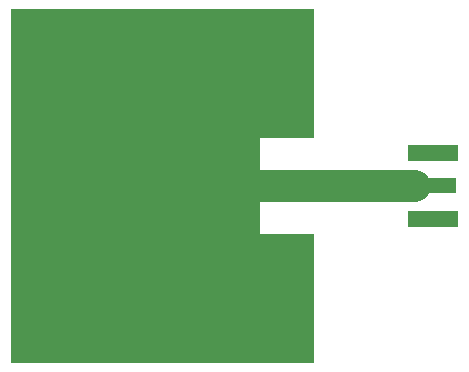
<source format=gtl>
G04 Filename: OshPark_2_67GHz_Patch.gtl*
G04 FileFunction: Copper,L1,Top,Signal*
G04 Part: Single*
G04 ProjectId: OshPark_2_67GHz_Patch,2CD5A48D9547658B661045AFE73CCBB1,1*
G04 GenerationSoftware: MathWorks,MATLAB,9.8.0.1417392 (R2020a) Update 4*
G04 CreationDate: 2021-07-15T12:24:53-0700*
G04 FilePolarity: Positive*
%FSLAX16Y16*%
%MOIN*%
%ADD10C,0.1057086614*%  G04 Connect signal to connector*
G04 Antenna metal layer 1*
%LPD*%
G01*
G36*
X-0503937Y-0590551D02*
Y0590551D01*
X0503937D01*
Y0158563D01*
X0324232D01*
Y0052854D01*
X0984252D01*
Y-0052854D01*
X0324232D01*
Y-0158563D01*
X0503937D01*
Y-0590551D01*
G37*
G04 Add SMAEdge connector*
G04  - Remove copper from signal plane*
%LPC*%
G36*
X0809055Y-0147638D02*
X0984252D01*
Y0147638D01*
X0809055D01*
Y-0147638D01*
D02*
G37*
G04  - Add pads*
%LPD*%
G36*
X0818898Y-0137795D02*
X0984252D01*
Y-0084646D01*
X0818898D01*
Y-0137795D01*
D02*
G37*
G36*
Y0084646D02*
X0984252D01*
Y0137795D01*
X0818898D01*
Y0084646D01*
D02*
G37*
G36*
X0838583Y-0025000D02*
X0980315D01*
Y0025000D01*
X0838583D01*
Y-0025000D01*
D02*
G37*
G04  - Add traces*
D10*
X0809055Y0000000D02*
X0842520D01*
G04 MD5: 86da816b79b13bedbbef1da4c9a089*
M02*

</source>
